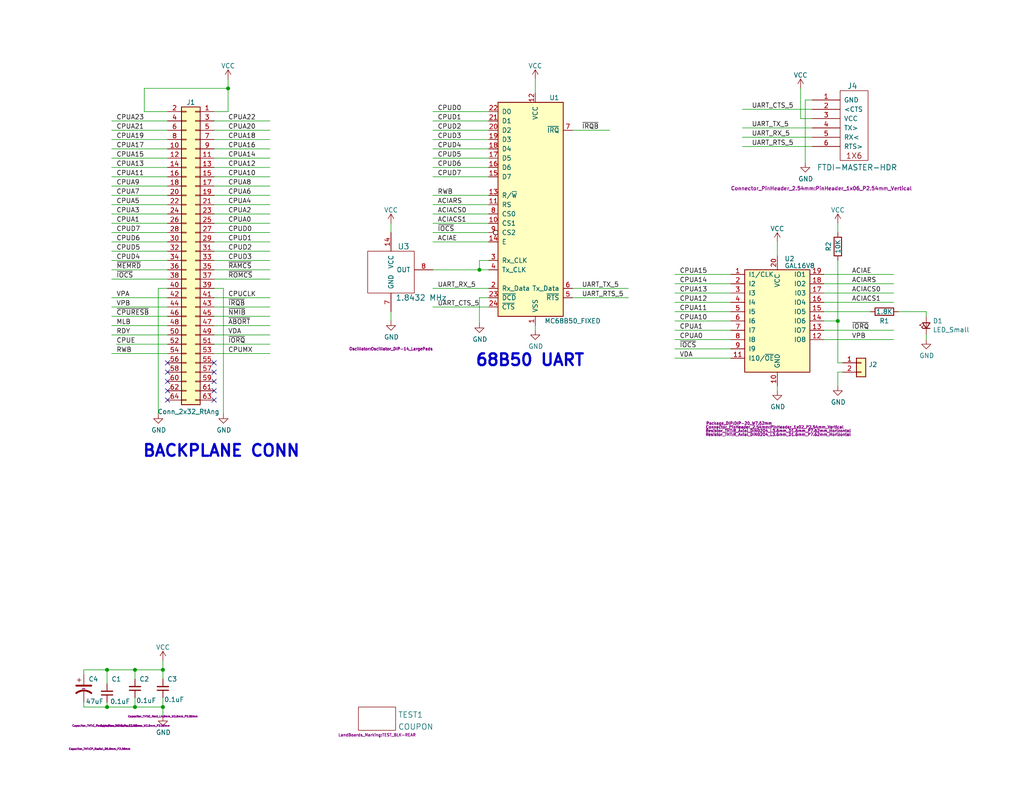
<source format=kicad_sch>
(kicad_sch (version 20231120) (generator "eeschema") (generator_version "8.0")
  (paper "A")
  (title_block (title "LB-68B50-01") (date "2024-08-19") (rev "2") (company "Land Boards LLC"))
  (lib_symbols
    (symbol "Connector_Generic:Conn_01x02" (pin_names (offset 1.016) hide)
      (property "Reference" "J" (at 0 2.54 0))
      (property "Value" "Conn_01x02" (at 0 -5.08 0))
      (symbol "Conn_01x02_1_1"
        (rectangle (start -1.27 -2.413) (end 0 -2.667) (stroke (width 0.1524)))
        (rectangle (start -1.27 0.127) (end 0 -0.127) (stroke (width 0.1524)))
        (rectangle (start -1.27 1.27) (end 1.27 -3.81) (stroke (width 0.254)) (fill (type background)))
        (pin passive line (at -5.08 0 0) (length 3.81) (name "Pin_1") (number "1"))
        (pin passive line (at -5.08 -2.54 0) (length 3.81) (name "Pin_2") (number "2"))
      )
    )
    (symbol "Connector_Generic:Conn_02x32_Odd_Even" (pin_names (offset 1.016) hide)
      (property "Reference" "J" (at 1.27 40.64 0))
      (property "Value" "Conn_02x32_Odd_Even" (at 1.27 -43.18 0))
      (symbol "Conn_02x32_Odd_Even_1_1"
        (rectangle (start -1.27 -40.513) (end 0 -40.767) (stroke (width 0.1524)))
        (rectangle (start -1.27 -37.973) (end 0 -38.227) (stroke (width 0.1524)))
        (rectangle (start -1.27 -35.433) (end 0 -35.687) (stroke (width 0.1524)))
        (rectangle (start -1.27 -32.893) (end 0 -33.147) (stroke (width 0.1524)))
        (rectangle (start -1.27 -30.353) (end 0 -30.607) (stroke (width 0.1524)))
        (rectangle (start -1.27 -27.813) (end 0 -28.067) (stroke (width 0.1524)))
        (rectangle (start -1.27 -25.273) (end 0 -25.527) (stroke (width 0.1524)))
        (rectangle (start -1.27 -22.733) (end 0 -22.987) (stroke (width 0.1524)))
        (rectangle (start -1.27 -20.193) (end 0 -20.447) (stroke (width 0.1524)))
        (rectangle (start -1.27 -17.653) (end 0 -17.907) (stroke (width 0.1524)))
        (rectangle (start -1.27 -15.113) (end 0 -15.367) (stroke (width 0.1524)))
        (rectangle (start -1.27 -12.573) (end 0 -12.827) (stroke (width 0.1524)))
        (rectangle (start -1.27 -10.033) (end 0 -10.287) (stroke (width 0.1524)))
        (rectangle (start -1.27 -7.493) (end 0 -7.747) (stroke (width 0.1524)))
        (rectangle (start -1.27 -4.953) (end 0 -5.207) (stroke (width 0.1524)))
        (rectangle (start -1.27 -2.413) (end 0 -2.667) (stroke (width 0.1524)))
        (rectangle (start -1.27 0.127) (end 0 -0.127) (stroke (width 0.1524)))
        (rectangle (start -1.27 2.667) (end 0 2.413) (stroke (width 0.1524)))
        (rectangle (start -1.27 5.207) (end 0 4.953) (stroke (width 0.1524)))
        (rectangle (start -1.27 7.747) (end 0 7.493) (stroke (width 0.1524)))
        (rectangle (start -1.27 10.287) (end 0 10.033) (stroke (width 0.1524)))
        (rectangle (start -1.27 12.827) (end 0 12.573) (stroke (width 0.1524)))
        (rectangle (start -1.27 15.367) (end 0 15.113) (stroke (width 0.1524)))
        (rectangle (start -1.27 17.907) (end 0 17.653) (stroke (width 0.1524)))
        (rectangle (start -1.27 20.447) (end 0 20.193) (stroke (width 0.1524)))
        (rectangle (start -1.27 22.987) (end 0 22.733) (stroke (width 0.1524)))
        (rectangle (start -1.27 25.527) (end 0 25.273) (stroke (width 0.1524)))
        (rectangle (start -1.27 28.067) (end 0 27.813) (stroke (width 0.1524)))
        (rectangle (start -1.27 30.607) (end 0 30.353) (stroke (width 0.1524)))
        (rectangle (start -1.27 33.147) (end 0 32.893) (stroke (width 0.1524)))
        (rectangle (start -1.27 35.687) (end 0 35.433) (stroke (width 0.1524)))
        (rectangle (start -1.27 38.227) (end 0 37.973) (stroke (width 0.1524)))
        (rectangle (start -1.27 39.37) (end 3.81 -41.91) (stroke (width 0.254)) (fill (type background)))
        (rectangle (start 3.81 -40.513) (end 2.54 -40.767) (stroke (width 0.1524)))
        (rectangle (start 3.81 -37.973) (end 2.54 -38.227) (stroke (width 0.1524)))
        (rectangle (start 3.81 -35.433) (end 2.54 -35.687) (stroke (width 0.1524)))
        (rectangle (start 3.81 -32.893) (end 2.54 -33.147) (stroke (width 0.1524)))
        (rectangle (start 3.81 -30.353) (end 2.54 -30.607) (stroke (width 0.1524)))
        (rectangle (start 3.81 -27.813) (end 2.54 -28.067) (stroke (width 0.1524)))
        (rectangle (start 3.81 -25.273) (end 2.54 -25.527) (stroke (width 0.1524)))
        (rectangle (start 3.81 -22.733) (end 2.54 -22.987) (stroke (width 0.1524)))
        (rectangle (start 3.81 -20.193) (end 2.54 -20.447) (stroke (width 0.1524)))
        (rectangle (start 3.81 -17.653) (end 2.54 -17.907) (stroke (width 0.1524)))
        (rectangle (start 3.81 -15.113) (end 2.54 -15.367) (stroke (width 0.1524)))
        (rectangle (start 3.81 -12.573) (end 2.54 -12.827) (stroke (width 0.1524)))
        (rectangle (start 3.81 -10.033) (end 2.54 -10.287) (stroke (width 0.1524)))
        (rectangle (start 3.81 -7.493) (end 2.54 -7.747) (stroke (width 0.1524)))
        (rectangle (start 3.81 -4.953) (end 2.54 -5.207) (stroke (width 0.1524)))
        (rectangle (start 3.81 -2.413) (end 2.54 -2.667) (stroke (width 0.1524)))
        (rectangle (start 3.81 0.127) (end 2.54 -0.127) (stroke (width 0.1524)))
        (rectangle (start 3.81 2.667) (end 2.54 2.413) (stroke (width 0.1524)))
        (rectangle (start 3.81 5.207) (end 2.54 4.953) (stroke (width 0.1524)))
        (rectangle (start 3.81 7.747) (end 2.54 7.493) (stroke (width 0.1524)))
        (rectangle (start 3.81 10.287) (end 2.54 10.033) (stroke (width 0.1524)))
        (rectangle (start 3.81 12.827) (end 2.54 12.573) (stroke (width 0.1524)))
        (rectangle (start 3.81 15.367) (end 2.54 15.113) (stroke (width 0.1524)))
        (rectangle (start 3.81 17.907) (end 2.54 17.653) (stroke (width 0.1524)))
        (rectangle (start 3.81 20.447) (end 2.54 20.193) (stroke (width 0.1524)))
        (rectangle (start 3.81 22.987) (end 2.54 22.733) (stroke (width 0.1524)))
        (rectangle (start 3.81 25.527) (end 2.54 25.273) (stroke (width 0.1524)))
        (rectangle (start 3.81 28.067) (end 2.54 27.813) (stroke (width 0.1524)))
        (rectangle (start 3.81 30.607) (end 2.54 30.353) (stroke (width 0.1524)))
        (rectangle (start 3.81 33.147) (end 2.54 32.893) (stroke (width 0.1524)))
        (rectangle (start 3.81 35.687) (end 2.54 35.433) (stroke (width 0.1524)))
        (rectangle (start 3.81 38.227) (end 2.54 37.973) (stroke (width 0.1524)))
        (pin passive line (at -5.08 38.1 0) (length 3.81) (name "Pin_1") (number "1"))
        (pin passive line (at 7.62 27.94 180) (length 3.81) (name "Pin_10") (number "10"))
        (pin passive line (at -5.08 25.4 0) (length 3.81) (name "Pin_11") (number "11"))
        (pin passive line (at 7.62 25.4 180) (length 3.81) (name "Pin_12") (number "12"))
        (pin passive line (at -5.08 22.86 0) (length 3.81) (name "Pin_13") (number "13"))
        (pin passive line (at 7.62 22.86 180) (length 3.81) (name "Pin_14") (number "14"))
        (pin passive line (at -5.08 20.32 0) (length 3.81) (name "Pin_15") (number "15"))
        (pin passive line (at 7.62 20.32 180) (length 3.81) (name "Pin_16") (number "16"))
        (pin passive line (at -5.08 17.78 0) (length 3.81) (name "Pin_17") (number "17"))
        (pin passive line (at 7.62 17.78 180) (length 3.81) (name "Pin_18") (number "18"))
        (pin passive line (at -5.08 15.24 0) (length 3.81) (name "Pin_19") (number "19"))
        (pin passive line (at 7.62 38.1 180) (length 3.81) (name "Pin_2") (number "2"))
        (pin passive line (at 7.62 15.24 180) (length 3.81) (name "Pin_20") (number "20"))
        (pin passive line (at -5.08 12.7 0) (length 3.81) (name "Pin_21") (number "21"))
        (pin passive line (at 7.62 12.7 180) (length 3.81) (name "Pin_22") (number "22"))
        (pin passive line (at -5.08 10.16 0) (length 3.81) (name "Pin_23") (number "23"))
        (pin passive line (at 7.62 10.16 180) (length 3.81) (name "Pin_24") (number "24"))
        (pin passive line (at -5.08 7.62 0) (length 3.81) (name "Pin_25") (number "25"))
        (pin passive line (at 7.62 7.62 180) (length 3.81) (name "Pin_26") (number "26"))
        (pin passive line (at -5.08 5.08 0) (length 3.81) (name "Pin_27") (number "27"))
        (pin passive line (at 7.62 5.08 180) (length 3.81) (name "Pin_28") (number "28"))
        (pin passive line (at -5.08 2.54 0) (length 3.81) (name "Pin_29") (number "29"))
        (pin passive line (at -5.08 35.56 0) (length 3.81) (name "Pin_3") (number "3"))
        (pin passive line (at 7.62 2.54 180) (length 3.81) (name "Pin_30") (number "30"))
        (pin passive line (at -5.08 0 0) (length 3.81) (name "Pin_31") (number "31"))
        (pin passive line (at 7.62 0 180) (length 3.81) (name "Pin_32") (number "32"))
        (pin passive line (at -5.08 -2.54 0) (length 3.81) (name "Pin_33") (number "33"))
        (pin passive line (at 7.62 -2.54 180) (length 3.81) (name "Pin_34") (number "34"))
        (pin passive line (at -5.08 -5.08 0) (length 3.81) (name "Pin_35") (number "35"))
        (pin passive line (at 7.62 -5.08 180) (length 3.81) (name "Pin_36") (number "36"))
        (pin passive line (at -5.08 -7.62 0) (length 3.81) (name "Pin_37") (number "37"))
        (pin passive line (at 7.62 -7.62 180) (length 3.81) (name "Pin_38") (number "38"))
        (pin passive line (at -5.08 -10.16 0) (length 3.81) (name "Pin_39") (number "39"))
        (pin passive line (at 7.62 35.56 180) (length 3.81) (name "Pin_4") (number "4"))
        (pin passive line (at 7.62 -10.16 180) (length 3.81) (name "Pin_40") (number "40"))
        (pin passive line (at -5.08 -12.7 0) (length 3.81) (name "Pin_41") (number "41"))
        (pin passive line (at 7.62 -12.7 180) (length 3.81) (name "Pin_42") (number "42"))
        (pin passive line (at -5.08 -15.24 0) (length 3.81) (name "Pin_43") (number "43"))
        (pin passive line (at 7.62 -15.24 180) (length 3.81) (name "Pin_44") (number "44"))
        (pin passive line (at -5.08 -17.78 0) (length 3.81) (name "Pin_45") (number "45"))
        (pin passive line (at 7.62 -17.78 180) (length 3.81) (name "Pin_46") (number "46"))
        (pin passive line (at -5.08 -20.32 0) (length 3.81) (name "Pin_47") (number "47"))
        (pin passive line (at 7.62 -20.32 180) (length 3.81) (name "Pin_48") (number "48"))
        (pin passive line (at -5.08 -22.86 0) (length 3.81) (name "Pin_49") (number "49"))
        (pin passive line (at -5.08 33.02 0) (length 3.81) (name "Pin_5") (number "5"))
        (pin passive line (at 7.62 -22.86 180) (length 3.81) (name "Pin_50") (number "50"))
        (pin passive line (at -5.08 -25.4 0) (length 3.81) (name "Pin_51") (number "51"))
        (pin passive line (at 7.62 -25.4 180) (length 3.81) (name "Pin_52") (number "52"))
        (pin passive line (at -5.08 -27.94 0) (length 3.81) (name "Pin_53") (number "53"))
        (pin passive line (at 7.62 -27.94 180) (length 3.81) (name "Pin_54") (number "54"))
        (pin passive line (at -5.08 -30.48 0) (length 3.81) (name "Pin_55") (number "55"))
        (pin passive line (at 7.62 -30.48 180) (length 3.81) (name "Pin_56") (number "56"))
        (pin passive line (at -5.08 -33.02 0) (length 3.81) (name "Pin_57") (number "57"))
        (pin passive line (at 7.62 -33.02 180) (length 3.81) (name "Pin_58") (number "58"))
        (pin passive line (at -5.08 -35.56 0) (length 3.81) (name "Pin_59") (number "59"))
        (pin passive line (at 7.62 33.02 180) (length 3.81) (name "Pin_6") (number "6"))
        (pin passive line (at 7.62 -35.56 180) (length 3.81) (name "Pin_60") (number "60"))
        (pin passive line (at -5.08 -38.1 0) (length 3.81) (name "Pin_61") (number "61"))
        (pin passive line (at 7.62 -38.1 180) (length 3.81) (name "Pin_62") (number "62"))
        (pin passive line (at -5.08 -40.64 0) (length 3.81) (name "Pin_63") (number "63"))
        (pin passive line (at 7.62 -40.64 180) (length 3.81) (name "Pin_64") (number "64"))
        (pin passive line (at -5.08 30.48 0) (length 3.81) (name "Pin_7") (number "7"))
        (pin passive line (at 7.62 30.48 180) (length 3.81) (name "Pin_8") (number "8"))
        (pin passive line (at -5.08 27.94 0) (length 3.81) (name "Pin_9") (number "9"))
      )
    )
    (symbol "Device:CP1" (pin_numbers hide) (pin_names (offset 0.254) hide)
      (property "Reference" "C" (at 0.635 2.54 0))
      (property "Value" "Device_CP1" (at 0.635 -2.54 0))
      (symbol "CP1_0_1"
        (polyline (pts (xy -2.032 0.762) (xy 2.032 0.762)) (stroke (width 0.508)))
        (polyline (pts (xy -1.778 2.286) (xy -0.762 2.286)))
        (polyline (pts (xy -1.27 1.778) (xy -1.27 2.794)))
        (arc (start 2.032 -1.27) (mid 0 -0.5572) (end -2.032 -1.27) (stroke (width 0.508)))
      )
      (symbol "CP1_1_1"
        (pin passive line (at 0 3.81 270) (length 2.794) (name "~") (number "1"))
        (pin passive line (at 0 -3.81 90) (length 3.302) (name "~") (number "2"))
      )
    )
    (symbol "Device:C_Small" (pin_numbers hide) (pin_names (offset 0.254) hide)
      (property "Reference" "C" (at 0.254 1.778 0))
      (property "Value" "C_Small" (at 0.254 -2.032 0))
      (symbol "C_Small_0_1"
        (polyline (pts (xy -1.524 -0.508) (xy 1.524 -0.508)) (stroke (width 0.3302)))
        (polyline (pts (xy -1.524 0.508) (xy 1.524 0.508)) (stroke (width 0.3048)))
      )
      (symbol "C_Small_1_1"
        (pin passive line (at 0 2.54 270) (length 2.032) (name "~") (number "1"))
        (pin passive line (at 0 -2.54 90) (length 2.032) (name "~") (number "2"))
      )
    )
    (symbol "Device:LED_Small" (pin_numbers hide) (pin_names (offset 0.254) hide)
      (property "Reference" "D" (at -1.27 3.175 0))
      (property "Value" "LED_Small" (at -4.445 -2.54 0))
      (symbol "LED_Small_0_1"
        (polyline (pts (xy -0.762 -1.016) (xy -0.762 1.016)) (stroke (width 0.254)))
        (polyline (pts (xy 1.016 0) (xy -0.762 0)))
        (polyline (pts (xy 0.762 -1.016) (xy -0.762 0) (xy 0.762 1.016) (xy 0.762 -1.016)) (stroke (width 0.254)))
        (polyline (pts (xy 0 0.762) (xy -0.508 1.27) (xy -0.254 1.27) (xy -0.508 1.27) (xy -0.508 1.016)))
        (polyline (pts (xy 0.508 1.27) (xy 0 1.778) (xy 0.254 1.778) (xy 0 1.778) (xy 0 1.524)))
      )
      (symbol "LED_Small_1_1"
        (pin passive line (at -2.54 0 0) (length 1.778) (name "K") (number "1"))
        (pin passive line (at 2.54 0 180) (length 1.778) (name "A") (number "2"))
      )
    )
    (symbol "Device:R" (pin_numbers hide) (pin_names (offset 0))
      (property "Reference" "R" (at 2.032 0 90))
      (property "Value" "R" (at 0 0 90))
      (symbol "R_0_1"
        (rectangle (start -1.016 -2.54) (end 1.016 2.54) (stroke (width 0.254)))
      )
      (symbol "R_1_1"
        (pin passive line (at 0 3.81 270) (length 1.27) (name "~") (number "1"))
        (pin passive line (at 0 -3.81 90) (length 1.27) (name "~") (number "2"))
      )
    )
    (symbol "LandBoards:COUPON" (pin_names (offset 1.016))
      (property "Reference" "COUP?" (at 0 0 0))
      (property "Value" "COUPON" (at 0 0 0))
      (symbol "COUPON_0_1"
        (rectangle (start -5.08 0) (end 5.08 6.35))
      )
    )
    (symbol "LandBoards_Cards:FTDI-MASTER-HDR" (pin_names (offset 1.016))
      (property "Reference" "BRD" (at 0 10.16 0))
      (property "Value" "FTDI-MASTER-HDR" (at 0 -11.43 0))
      (property "Footprint" "Connector_PinHeader_2.54mm:PinHeader_1x06_P2.54mm_Vertical" (at 0 -13.97 0))
      (symbol "FTDI-MASTER-HDR_0_0"
        (rectangle (start 3.81 -10.16) (end -3.81 8.89))
        (text "1X6" (at 0 -8.89 0) (effects (font (size 1.524 1.524))))
      )
      (symbol "FTDI-MASTER-HDR_1_1"
        (pin power_out line (at -11.43 6.35 0) (length 7.62) (name "GND") (number "1"))
        (pin input line (at -11.43 3.81 0) (length 7.62) (name "<CTS") (number "2"))
        (pin power_out line (at -11.43 1.27 0) (length 7.62) (name "VCC") (number "3"))
        (pin output line (at -11.43 -1.27 0) (length 7.62) (name "TX>") (number "4"))
        (pin input line (at -11.43 -3.81 0) (length 7.62) (name "RX<") (number "5"))
        (pin output line (at -11.43 -6.35 0) (length 7.62) (name "RTS>") (number "6"))
      )
    )
    (symbol "LandBoards_Semis:MC68B50_FIXED" (pin_names (offset 1.016))
      (property "Reference" "U" (at 5.08 31.75 0))
      (property "Value" "MC68B50_FIXED" (at 16.51 -30.48 0))
      (symbol "MC68B50_FIXED_1_1"
        (rectangle (start -10.16 -27.94) (end 7.62 30.48) (stroke (width 0.254)) (fill (type background)))
        (pin power_in line (at 0 -30.48 90) (length 2.54) (name "VSS") (number "1"))
        (pin input line (at -12.7 -2.54 0) (length 2.54) (name "CS1") (number "10"))
        (pin input line (at -12.7 2.54 0) (length 2.54) (name "RS") (number "11"))
        (pin power_in line (at 0 33.02 270) (length 2.54) (name "VCC") (number "12"))
        (pin input line (at -12.7 5.08 0) (length 2.54) (name "R/~{W}") (number "13"))
        (pin input line (at -12.7 -7.62 0) (length 2.54) (name "E") (number "14"))
        (pin bidirectional line (at -12.7 10.16 0) (length 2.54) (name "D7") (number "15"))
        (pin bidirectional line (at -12.7 12.7 0) (length 2.54) (name "D6") (number "16"))
        (pin bidirectional line (at -12.7 15.24 0) (length 2.54) (name "D5") (number "17"))
        (pin bidirectional line (at -12.7 17.78 0) (length 2.54) (name "D4") (number "18"))
        (pin bidirectional line (at -12.7 20.32 0) (length 2.54) (name "D3") (number "19"))
        (pin input line (at -12.7 -20.32 0) (length 2.54) (name "Rx_Data") (number "2"))
        (pin bidirectional line (at -12.7 22.86 0) (length 2.54) (name "D2") (number "20"))
        (pin bidirectional line (at -12.7 25.4 0) (length 2.54) (name "D1") (number "21"))
        (pin bidirectional line (at -12.7 27.94 0) (length 2.54) (name "D0") (number "22"))
        (pin input line (at -12.7 -22.86 0) (length 2.54) (name "~{DCD}") (number "23"))
        (pin input line (at -12.7 -25.4 0) (length 2.54) (name "~{CTS}") (number "24"))
        (pin input line (at -12.7 -12.7 0) (length 2.54) (name "Rx_CLK") (number "3"))
        (pin input line (at -12.7 -15.24 0) (length 2.54) (name "Tx_CLK") (number "4"))
        (pin output line (at 10.16 -22.86 180) (length 2.54) (name "~{RTS}") (number "5"))
        (pin output line (at 10.16 -20.32 180) (length 2.54) (name "Tx_Data") (number "6"))
        (pin output line (at 10.16 22.86 180) (length 2.54) (name "~{IRQ}") (number "7"))
        (pin input line (at -12.7 0 0) (length 2.54) (name "CS0") (number "8"))
        (pin input inverted (at -12.7 -5.08 0) (length 2.54) (name "CS2") (number "9"))
      )
    )
    (symbol "LandBoards_Semis:OSC" (pin_names (offset 1.016))
      (property "Reference" "U" (at 3.81 6.35 0))
      (property "Value" "OSC" (at 5.08 -7.62 0))
      (symbol "OSC_0_1"
        (rectangle (start 6.35 -6.35) (end -6.35 5.08))
      )
      (symbol "OSC_1_1"
        (pin power_in line (at 0 10.16 270) (length 5.08) (name "VCC") (number "14"))
        (pin power_in line (at 0 -11.43 90) (length 5.08) (name "GND") (number "7"))
        (pin output line (at 11.43 0 180) (length 5.08) (name "OUT") (number "8"))
      )
    )
    (symbol "Logic_Programmable:GAL16V8" (pin_names (offset 1.016))
      (property "Reference" "U" (at -8.89 16.51 0))
      (property "Value" "GAL16V8" (at 1.27 16.51 0))
      (symbol "GAL16V8_0_0"
        (pin power_in line (at 0 -17.78 90) (length 3.81) (name "GND") (number "10"))
        (pin power_in line (at 0 17.78 270) (length 3.81) (name "VCC") (number "20"))
      )
      (symbol "GAL16V8_0_1"
        (rectangle (start -8.89 13.97) (end 8.89 -13.97) (stroke (width 0.254)) (fill (type background)))
      )
      (symbol "GAL16V8_1_1"
        (pin input line (at -12.7 12.7 0) (length 3.81) (name "I1/CLK") (number "1"))
        (pin input line (at -12.7 -10.16 0) (length 3.81) (name "I10/~{OE}") (number "11"))
        (pin tri_state line (at 12.7 -5.08 180) (length 3.81) (name "IO8") (number "12"))
        (pin tri_state line (at 12.7 -2.54 180) (length 3.81) (name "IO7") (number "13"))
        (pin tri_state line (at 12.7 0 180) (length 3.81) (name "IO6") (number "14"))
        (pin tri_state line (at 12.7 2.54 180) (length 3.81) (name "IO5") (number "15"))
        (pin tri_state line (at 12.7 5.08 180) (length 3.81) (name "IO4") (number "16"))
        (pin tri_state line (at 12.7 7.62 180) (length 3.81) (name "I03") (number "17"))
        (pin tri_state line (at 12.7 10.16 180) (length 3.81) (name "IO2") (number "18"))
        (pin tri_state line (at 12.7 12.7 180) (length 3.81) (name "IO1") (number "19"))
        (pin input line (at -12.7 10.16 0) (length 3.81) (name "I2") (number "2"))
        (pin input line (at -12.7 7.62 0) (length 3.81) (name "I3") (number "3"))
        (pin input line (at -12.7 5.08 0) (length 3.81) (name "I4") (number "4"))
        (pin input line (at -12.7 2.54 0) (length 3.81) (name "I5") (number "5"))
        (pin input line (at -12.7 0 0) (length 3.81) (name "I6") (number "6"))
        (pin input line (at -12.7 -2.54 0) (length 3.81) (name "I7") (number "7"))
        (pin input line (at -12.7 -5.08 0) (length 3.81) (name "I8") (number "8"))
        (pin input line (at -12.7 -7.62 0) (length 3.81) (name "I9") (number "9"))
      )
    )
    (symbol "power:GND" (power) (pin_names (offset 0))
      (property "Value" "GND" (at 0 -3.81 0))
      (symbol "GND_0_1"
        (polyline (pts (xy 0 0) (xy 0 -1.27) (xy 1.27 -1.27) (xy 0 -2.54) (xy -1.27 -1.27) (xy 0 -1.27)))
      )
      (symbol "GND_1_1"
        (pin power_in line (at 0 0 270) (length 0) hide (name "GND") (number "1"))
      )
    )
    (symbol "power:VCC" (power) (pin_names (offset 0))
      (property "Value" "VCC" (at 0 3.81 0))
      (symbol "VCC_0_1"
        (polyline (pts (xy -0.762 1.27) (xy 0 2.54)))
        (polyline (pts (xy 0 0) (xy 0 2.54)))
        (polyline (pts (xy 0 2.54) (xy 0.762 1.27)))
      )
      (symbol "VCC_1_1"
        (pin power_in line (at 0 0 90) (length 0) hide (name "VCC") (number "1"))
      )
    )
  )
  (junction (at 44.45 193.04))
  (junction (at 29.21 193.04))
  (junction (at 44.45 182.88))
  (junction (at 29.21 182.88))
  (junction (at 36.83 182.88))
  (junction (at 130.81 73.66))
  (junction (at 36.83 193.04))
  (junction (at 62.23 24.13))
  (junction (at 228.6 87.63))
  (no_connect (at 58.42 99.06))
  (no_connect (at 45.72 99.06))
  (no_connect (at 58.42 104.14))
  (no_connect (at 58.42 101.6))
  (no_connect (at 45.72 109.22))
  (no_connect (at 58.42 109.22))
  (no_connect (at 45.72 101.6))
  (no_connect (at 45.72 104.14))
  (no_connect (at 45.72 106.68))
  (no_connect (at 58.42 106.68))
  (wire (pts (xy 43.18 78.74) (xy 43.18 113.03)))
  (wire (pts (xy 224.79 92.71) (xy 243.84 92.71)))
  (wire (pts (xy 36.83 190.5) (xy 36.83 193.04)))
  (wire (pts (xy 30.48 86.36) (xy 45.72 86.36)))
  (wire (pts (xy 58.42 38.1) (xy 73.66 38.1)))
  (wire (pts (xy 30.48 63.5) (xy 45.72 63.5)))
  (wire (pts (xy 224.79 82.55) (xy 243.84 82.55)))
  (wire (pts (xy 44.45 185.42) (xy 44.45 182.88)))
  (wire (pts (xy 58.42 40.64) (xy 73.66 40.64)))
  (wire (pts (xy 118.11 45.72) (xy 133.35 45.72)))
  (wire (pts (xy 130.81 71.12) (xy 133.35 71.12)))
  (wire (pts (xy 62.23 30.48) (xy 62.23 24.13)))
  (wire (pts (xy 58.42 55.88) (xy 73.66 55.88)))
  (wire (pts (xy 224.79 77.47) (xy 243.84 77.47)))
  (wire (pts (xy 219.71 27.305) (xy 219.71 44.45)))
  (wire (pts (xy 62.23 24.13) (xy 39.37 24.13)))
  (wire (pts (xy 156.21 81.28) (xy 171.45 81.28)))
  (wire (pts (xy 44.45 190.5) (xy 44.45 193.04)))
  (wire (pts (xy 184.15 77.47) (xy 199.39 77.47)))
  (wire (pts (xy 228.6 87.63) (xy 228.6 99.06)))
  (wire (pts (xy 118.11 60.96) (xy 133.35 60.96)))
  (wire (pts (xy 58.42 60.96) (xy 73.66 60.96)))
  (wire (pts (xy 58.42 43.18) (xy 73.66 43.18)))
  (wire (pts (xy 43.18 78.74) (xy 45.72 78.74)))
  (wire (pts (xy 30.48 50.8) (xy 45.72 50.8)))
  (wire (pts (xy 58.42 30.48) (xy 62.23 30.48)))
  (wire (pts (xy 184.15 92.71) (xy 199.39 92.71)))
  (wire (pts (xy 130.81 73.66) (xy 130.81 71.12)))
  (wire (pts (xy 118.11 63.5) (xy 133.35 63.5)))
  (wire (pts (xy 30.48 66.04) (xy 45.72 66.04)))
  (wire (pts (xy 30.48 48.26) (xy 45.72 48.26)))
  (wire (pts (xy 184.15 90.17) (xy 199.39 90.17)))
  (wire (pts (xy 58.42 88.9) (xy 73.66 88.9)))
  (wire (pts (xy 30.48 60.96) (xy 45.72 60.96)))
  (wire (pts (xy 146.05 21.59) (xy 146.05 25.4)))
  (wire (pts (xy 30.48 40.64) (xy 45.72 40.64)))
  (wire (pts (xy 212.09 66.04) (xy 212.09 69.85)))
  (wire (pts (xy 245.11 85.09) (xy 252.73 85.09)))
  (wire (pts (xy 118.11 58.42) (xy 133.35 58.42)))
  (wire (pts (xy 58.42 91.44) (xy 73.66 91.44)))
  (wire (pts (xy 58.42 48.26) (xy 73.66 48.26)))
  (wire (pts (xy 62.23 24.13) (xy 62.23 21.59)))
  (wire (pts (xy 228.6 101.6) (xy 229.87 101.6)))
  (wire (pts (xy 39.37 30.48) (xy 45.72 30.48)))
  (wire (pts (xy 58.42 66.04) (xy 73.66 66.04)))
  (wire (pts (xy 221.615 27.305) (xy 219.71 27.305)))
  (wire (pts (xy 184.15 97.79) (xy 199.39 97.79)))
  (wire (pts (xy 58.42 63.5) (xy 73.66 63.5)))
  (wire (pts (xy 118.11 66.04) (xy 133.35 66.04)))
  (wire (pts (xy 30.48 53.34) (xy 45.72 53.34)))
  (wire (pts (xy 106.68 60.96) (xy 106.68 63.5)))
  (wire (pts (xy 218.44 24.13) (xy 218.44 32.385)))
  (wire (pts (xy 224.79 90.17) (xy 243.84 90.17)))
  (wire (pts (xy 29.21 182.88) (xy 29.21 186.69)))
  (wire (pts (xy 29.21 182.88) (xy 36.83 182.88)))
  (wire (pts (xy 202.565 29.845) (xy 221.615 29.845)))
  (wire (pts (xy 184.15 80.01) (xy 199.39 80.01)))
  (wire (pts (xy 58.42 73.66) (xy 73.66 73.66)))
  (wire (pts (xy 202.565 34.925) (xy 221.615 34.925)))
  (wire (pts (xy 184.15 82.55) (xy 199.39 82.55)))
  (wire (pts (xy 252.73 85.09) (xy 252.73 86.36)))
  (wire (pts (xy 58.42 33.02) (xy 73.66 33.02)))
  (wire (pts (xy 58.42 53.34) (xy 73.66 53.34)))
  (wire (pts (xy 60.96 78.74) (xy 60.96 113.03)))
  (wire (pts (xy 224.79 87.63) (xy 228.6 87.63)))
  (wire (pts (xy 156.21 35.56) (xy 166.37 35.56)))
  (wire (pts (xy 30.48 35.56) (xy 45.72 35.56)))
  (wire (pts (xy 228.6 71.12) (xy 228.6 87.63)))
  (wire (pts (xy 30.48 58.42) (xy 45.72 58.42)))
  (wire (pts (xy 118.11 43.18) (xy 133.35 43.18)))
  (wire (pts (xy 221.615 32.385) (xy 218.44 32.385)))
  (wire (pts (xy 118.11 35.56) (xy 133.35 35.56)))
  (wire (pts (xy 30.48 68.58) (xy 45.72 68.58)))
  (wire (pts (xy 118.11 33.02) (xy 133.35 33.02)))
  (wire (pts (xy 58.42 78.74) (xy 60.96 78.74)))
  (wire (pts (xy 130.81 73.66) (xy 133.35 73.66)))
  (wire (pts (xy 118.11 55.88) (xy 133.35 55.88)))
  (wire (pts (xy 146.05 88.9) (xy 146.05 90.17)))
  (wire (pts (xy 31.75 93.98) (xy 45.72 93.98)))
  (wire (pts (xy 29.21 193.04) (xy 22.86 193.04)))
  (wire (pts (xy 30.48 71.12) (xy 45.72 71.12)))
  (wire (pts (xy 118.11 53.34) (xy 133.35 53.34)))
  (wire (pts (xy 22.86 182.88) (xy 29.21 182.88)))
  (wire (pts (xy 58.42 45.72) (xy 73.66 45.72)))
  (wire (pts (xy 237.49 85.09) (xy 224.79 85.09)))
  (wire (pts (xy 224.79 74.93) (xy 243.84 74.93)))
  (wire (pts (xy 44.45 193.04) (xy 44.45 195.58)))
  (wire (pts (xy 184.15 95.25) (xy 199.39 95.25)))
  (wire (pts (xy 30.48 83.82) (xy 45.72 83.82)))
  (wire (pts (xy 58.42 50.8) (xy 73.66 50.8)))
  (wire (pts (xy 228.6 99.06) (xy 229.87 99.06)))
  (wire (pts (xy 36.83 185.42) (xy 36.83 182.88)))
  (wire (pts (xy 30.48 33.02) (xy 45.72 33.02)))
  (wire (pts (xy 30.48 81.28) (xy 45.72 81.28)))
  (wire (pts (xy 30.48 38.1) (xy 45.72 38.1)))
  (wire (pts (xy 39.37 24.13) (xy 39.37 30.48)))
  (wire (pts (xy 202.565 40.005) (xy 221.615 40.005)))
  (wire (pts (xy 58.42 86.36) (xy 73.66 86.36)))
  (wire (pts (xy 58.42 68.58) (xy 73.66 68.58)))
  (wire (pts (xy 212.09 105.41) (xy 212.09 106.68)))
  (wire (pts (xy 36.83 182.88) (xy 44.45 182.88)))
  (wire (pts (xy 118.11 40.64) (xy 133.35 40.64)))
  (wire (pts (xy 156.21 78.74) (xy 171.45 78.74)))
  (wire (pts (xy 224.79 80.01) (xy 243.84 80.01)))
  (wire (pts (xy 22.86 191.77) (xy 22.86 193.04)))
  (wire (pts (xy 36.83 193.04) (xy 29.21 193.04)))
  (wire (pts (xy 118.11 73.66) (xy 130.81 73.66)))
  (wire (pts (xy 228.6 60.96) (xy 228.6 63.5)))
  (wire (pts (xy 58.42 96.52) (xy 73.66 96.52)))
  (wire (pts (xy 58.42 83.82) (xy 73.66 83.82)))
  (wire (pts (xy 58.42 93.98) (xy 73.66 93.98)))
  (wire (pts (xy 30.48 91.44) (xy 45.72 91.44)))
  (wire (pts (xy 106.68 87.63) (xy 106.68 85.09)))
  (wire (pts (xy 58.42 81.28) (xy 73.66 81.28)))
  (wire (pts (xy 118.11 78.74) (xy 133.35 78.74)))
  (wire (pts (xy 44.45 180.34) (xy 44.45 182.88)))
  (wire (pts (xy 30.48 45.72) (xy 45.72 45.72)))
  (wire (pts (xy 58.42 76.2) (xy 73.66 76.2)))
  (wire (pts (xy 130.81 81.28) (xy 130.81 88.265)))
  (wire (pts (xy 202.565 37.465) (xy 221.615 37.465)))
  (wire (pts (xy 58.42 58.42) (xy 73.66 58.42)))
  (wire (pts (xy 184.15 87.63) (xy 199.39 87.63)))
  (wire (pts (xy 118.11 83.82) (xy 133.35 83.82)))
  (wire (pts (xy 118.11 48.26) (xy 133.35 48.26)))
  (wire (pts (xy 30.48 76.2) (xy 45.72 76.2)))
  (wire (pts (xy 30.48 96.52) (xy 45.72 96.52)))
  (wire (pts (xy 58.42 35.56) (xy 73.66 35.56)))
  (wire (pts (xy 184.15 85.09) (xy 199.39 85.09)))
  (wire (pts (xy 44.45 193.04) (xy 36.83 193.04)))
  (wire (pts (xy 30.48 88.9) (xy 45.72 88.9)))
  (wire (pts (xy 30.48 55.88) (xy 45.72 55.88)))
  (wire (pts (xy 30.48 73.66) (xy 45.72 73.66)))
  (wire (pts (xy 228.6 101.6) (xy 228.6 105.41)))
  (wire (pts (xy 29.21 193.04) (xy 29.21 191.77)))
  (wire (pts (xy 133.35 81.28) (xy 130.81 81.28)))
  (wire (pts (xy 30.48 43.18) (xy 45.72 43.18)))
  (wire (pts (xy 118.11 38.1) (xy 133.35 38.1)))
  (wire (pts (xy 184.15 74.93) (xy 199.39 74.93)))
  (wire (pts (xy 58.42 71.12) (xy 73.66 71.12)))
  (wire (pts (xy 252.73 91.44) (xy 252.73 92.71)))
  (wire (pts (xy 22.86 182.88) (xy 22.86 184.15)))
  (wire (pts (xy 118.11 30.48) (xy 133.35 30.48)))
  (text "68B50 UART" (at 129.54 100.33 0) (effects (font (size 3.175 3.175) (thickness 0.635) (bold yes)) (justify left bottom)))
  (text "BACKPLANE CONN" (at 38.735 125.095 0) (effects (font (size 3.175 3.175) (thickness 0.635) (bold yes)) (justify left bottom)))
  (label "~{MEMRD}" (at 31.75 73.66 0))
  (label "CPUD6" (at 119.38 45.72 0))
  (label "CPUD3" (at 62.23 71.12 0))
  (label "CPUA22" (at 62.23 33.02 0))
  (label "ACIACS0" (at 119.38 58.42 0))
  (label "CPUD0" (at 62.23 63.5 0))
  (label "UART_TX_5" (at 158.75 78.74 0))
  (label "MLB" (at 31.75 88.9 0))
  (label "UART_TX_5" (at 205.105 34.925 0))
  (label "~{NMIB}" (at 62.23 86.36 0))
  (label "~{ABORT}" (at 62.23 88.9 0))
  (label "~{IOCS}" (at 185.42 95.25 0))
  (label "~{IORQ}" (at 62.23 93.98 0))
  (label "CPUA21" (at 31.75 35.56 0))
  (label "CPUA18" (at 62.23 38.1 0))
  (label "CPUA15" (at 185.42 74.93 0))
  (label "UART_RX_5" (at 119.38 78.74 0))
  (label "~{ROMCS}" (at 62.23 76.2 0))
  (label "CPUA0" (at 62.23 60.96 0))
  (label "~{CPURESB}" (at 31.75 86.36 0))
  (label "CPUA1" (at 31.75 60.96 0))
  (label "CPUA5" (at 31.75 55.88 0))
  (label "CPUD7" (at 119.38 48.26 0))
  (label "CPUD3" (at 119.38 38.1 0))
  (label "VPB" (at 232.41 92.71 0))
  (label "CPUD4" (at 119.38 40.64 0))
  (label "CPUD7" (at 31.75 63.5 0))
  (label "CPUA4" (at 62.23 55.88 0))
  (label "CPUA0" (at 185.42 92.71 0))
  (label "CPUA10" (at 62.23 48.26 0))
  (label "CPUA6" (at 62.23 53.34 0))
  (label "CPUA11" (at 31.75 48.26 0))
  (label "ACIAE" (at 119.38 66.04 0))
  (label "~{IORQ}" (at 232.41 90.17 0))
  (label "~{RAMCS}" (at 62.23 73.66 0))
  (label "CPUA12" (at 62.23 45.72 0))
  (label "ACIACS1" (at 119.38 60.96 0))
  (label "CPUD1" (at 62.23 66.04 0))
  (label "VDA" (at 62.23 91.44 0))
  (label "CPUE" (at 31.75 93.98 0))
  (label "CPUA9" (at 31.75 50.8 0))
  (label "ACIAE" (at 232.41 74.93 0))
  (label "CPUD5" (at 31.75 68.58 0))
  (label "CPUD6" (at 31.75 66.04 0))
  (label "CPUA13" (at 185.42 80.01 0))
  (label "RWB" (at 119.38 53.34 0))
  (label "UART_RX_5" (at 205.105 37.465 0))
  (label "CPUA7" (at 31.75 53.34 0))
  (label "CPUA19" (at 31.75 38.1 0))
  (label "VPB" (at 31.75 83.82 0))
  (label "CPUA11" (at 185.42 85.09 0))
  (label "CPUMX" (at 62.23 96.52 0))
  (label "UART_CTS_5" (at 119.38 83.82 0))
  (label "ACIARS" (at 232.41 77.47 0))
  (label "CPUA10" (at 185.42 87.63 0))
  (label "VPA" (at 31.75 81.28 0))
  (label "ACIACS0" (at 232.41 80.01 0))
  (label "CPUD4" (at 31.75 71.12 0))
  (label "CPUA17" (at 31.75 40.64 0))
  (label "CPUA13" (at 31.75 45.72 0))
  (label "CPUD2" (at 119.38 35.56 0))
  (label "UART_RTS_5" (at 158.75 81.28 0))
  (label "CPUCLK" (at 62.23 81.28 0))
  (label "UART_RTS_5" (at 205.105 40.005 0))
  (label "CPUA20" (at 62.23 35.56 0))
  (label "CPUA14" (at 185.42 77.47 0))
  (label "CPUA2" (at 62.23 58.42 0))
  (label "~{IRQB}" (at 158.75 35.56 0))
  (label "RDY" (at 31.75 91.44 0))
  (label "RWB" (at 31.75 96.52 0))
  (label "~{IOCS}" (at 31.75 76.2 0))
  (label "CPUD2" (at 62.23 68.58 0))
  (label "CPUA23" (at 31.75 33.02 0))
  (label "CPUA1" (at 185.42 90.17 0))
  (label "CPUD0" (at 119.38 30.48 0))
  (label "CPUD1" (at 119.38 33.02 0))
  (label "CPUD5" (at 119.38 43.18 0))
  (label "CPUA14" (at 62.23 43.18 0))
  (label "VDA" (at 185.42 97.79 0))
  (label "CPUA8" (at 62.23 50.8 0))
  (label "CPUA12" (at 185.42 82.55 0))
  (label "~{IRQB}" (at 62.23 83.82 0))
  (label "CPUA16" (at 62.23 40.64 0))
  (label "CPUA3" (at 31.75 58.42 0))
  (label "UART_CTS_5" (at 205.105 29.845 0))
  (label "ACIARS" (at 119.38 55.88 0))
  (label "CPUA15" (at 31.75 43.18 0))
  (label "~{IOCS}" (at 119.38 63.5 0))
  (label "ACIACS1" (at 232.41 82.55 0))
  (symbol (lib_id "power:GND") (at 146.05 90.17 0) (unit 1)
    (property "Reference" "#PWR0101" (effects (hide yes)))
    (property "Value" "GND" (at 146.177 94.5642 0))
  )
  (symbol (lib_id "Device:C_Small") (at 36.83 187.96 180) (unit 1)
    (property "Reference" "C2" (at 39.37 185.42 0))
    (property "Value" "0.1uF" (at 39.878 191.262 0))
    (property "Footprint" "Capacitor_THT:C_Rect_L4.0mm_W2.5mm_P2.50mm" (at 36.83 198.12 0) (effects (font (size 0.508 0.508))))
  )
  (symbol (lib_id "power:GND") (at 44.45 195.58 0) (unit 1)
    (property "Reference" "#PWR0106" (effects (hide yes)))
    (property "Value" "GND" (at 44.577 199.9742 0))
  )
  (symbol (lib_id "power:GND") (at 212.09 106.68 0) (unit 1)
    (property "Reference" "#PWR01" (effects (hide yes)))
    (property "Value" "GND" (at 212.217 111.0742 0))
  )
  (symbol (lib_id "power:GND") (at 228.6 105.41 0) (unit 1)
    (property "Reference" "#PWR07" (effects (hide yes)))
    (property "Value" "GND" (at 228.727 109.8042 0))
  )
  (symbol (lib_id "Connector_Generic:Conn_01x02") (at 234.95 99.06 0) (unit 1)
    (property "Reference" "J2" (at 236.982 99.5264 0) (effects (justify left)))
    (property "Value" "Conn_01x02" (effects (hide yes)))
    (property "Footprint" "Connector_PinHeader_2.54mm:PinHeader_1x02_P2.54mm_Vertical" (at 192.532 116.586 0) (effects (font (size 0.762 0.762)) (justify left)))
    (property "Description" "Generic connector, single row, 01x02, script generated (kicad-library-utils/schlib/autogen/connector/)" (effects (hide yes)))
  )
  (symbol (lib_id "power:GND") (at 60.96 113.03 0) (unit 1)
    (property "Reference" "#PWR0102" (effects (hide yes)))
    (property "Value" "GND" (at 61.087 117.4242 0))
  )
  (symbol (lib_id "power:VCC") (at 212.09 66.04 0) (unit 1)
    (property "Reference" "#PWR02" (effects (hide yes)))
    (property "Value" "VCC" (at 212.09 62.4355 0))
  )
  (symbol (lib_id "power:VCC") (at 146.05 21.59 0) (unit 1)
    (property "Reference" "#PWR0103" (effects (hide yes)))
    (property "Value" "VCC" (at 146.05 17.9855 0))
  )
  (symbol (lib_id "power:GND") (at 130.81 88.265 0) (unit 1)
    (property "Reference" "#PWR0108" (effects (hide yes)))
    (property "Value" "GND" (at 130.937 92.6592 0))
  )
  (symbol (lib_id "LandBoards_Cards:FTDI-MASTER-HDR") (at 233.045 33.655 0) (unit 1)
    (property "Reference" "J4" (at 231.14 23.495 0) (effects (font (size 1.524 1.524)) (justify left)))
    (property "Value" "FTDI-MASTER-HDR" (at 222.885 45.72 0) (effects (font (size 1.524 1.524)) (justify left)))
    (property "Footprint" "Connector_PinHeader_2.54mm:PinHeader_1x06_P2.54mm_Vertical" (at 199.39 51.435 0) (effects (font (size 1 1)) (justify left)))
  )
  (symbol (lib_id "Device:C_Small") (at 44.45 187.96 180) (unit 1)
    (property "Reference" "C3" (at 46.99 185.42 0))
    (property "Value" "0.1uF" (at 47.498 191.008 0))
    (property "Footprint" "Capacitor_THT:C_Rect_L4.0mm_W2.5mm_P2.50mm" (at 44.45 195.58 0) (effects (font (size 0.508 0.508))))
  )
  (symbol (lib_id "Logic_Programmable:GAL16V8") (at 212.09 87.63 0) (unit 1)
    (property "Reference" "U2" (at 214.0459 70.6501 0) (effects (justify left)))
    (property "Value" "GAL16V8" (at 214.0459 72.5711 0) (effects (justify left)))
    (property "Footprint" "Package_DIP:DIP-20_W7.62mm" (at 201.676 115.57 0) (effects (font (size 0.762 0.762))))
  )
  (symbol (lib_id "power:VCC") (at 106.68 60.96 0) (unit 1)
    (property "Reference" "#PWR0118" (effects (hide yes)))
    (property "Value" "VCC" (at 106.68 57.3555 0))
  )
  (symbol (lib_id "power:GND") (at 219.71 44.45 0) (unit 1)
    (property "Reference" "#PWR05" (effects (hide yes)))
    (property "Value" "GND" (at 219.837 48.8442 0))
  )
  (symbol (lib_id "power:VCC") (at 44.45 180.34 0) (unit 1)
    (property "Reference" "#PWR0107" (effects (hide yes)))
    (property "Value" "VCC" (at 44.45 176.7355 0))
  )
  (symbol (lib_id "Device:C_Small") (at 29.21 189.23 180) (unit 1)
    (property "Reference" "C1" (at 31.75 185.42 0))
    (property "Value" "0.1uF" (at 32.766 191.516 0))
    (property "Footprint" "Capacitor_THT:C_Rect_L4.0mm_W2.5mm_P2.50mm" (at 29.21 198.12 0) (effects (font (size 0.508 0.508))))
  )
  (symbol (lib_id "LandBoards:COUPON") (at 102.87 199.39 0) (unit 1)
    (property "Reference" "TEST1" (at 108.585 195.1503 0) (effects (font (size 1.524 1.524)) (justify left)))
    (property "Value" "COUPON" (at 108.585 198.4293 0) (effects (font (size 1.524 1.524)) (justify left)))
    (property "Footprint" "LandBoards_Marking:TEST_BLK-REAR" (at 102.87 200.66 0) (effects (font (size 0.762 0.762))))
  )
  (symbol (lib_id "power:VCC") (at 228.6 60.96 0) (unit 1)
    (property "Reference" "#PWR06" (effects (hide yes)))
    (property "Value" "VCC" (at 228.6 57.3555 0))
  )
  (symbol (lib_id "Device:CP1") (at 22.86 187.96 0) (unit 1)
    (property "Reference" "C4" (at 24.13 185.42 0) (effects (justify left)))
    (property "Value" "47uF" (at 23.368 191.516 0) (effects (justify left)))
    (property "Footprint" "Capacitor_THT:CP_Radial_D5.0mm_P2.50mm" (at 27.178 204.47 0) (effects (font (size 0.508 0.508))))
    (property "Datasheet" "~" (at 22.86 187.96 0) (effects (font (size 1.524 1.524))))
  )
  (symbol (lib_id "Connector_Generic:Conn_02x32_Odd_Even") (at 53.34 68.58 0) (mirror y) (unit 1)
    (property "Reference" "J1" (at 52.07 27.94 0))
    (property "Value" "Conn_2x32_RtAng" (at 51.435 112.395 0))
    (property "Footprint" "LandBoards_Conns:PinHeader_2x32_P2.54mm_Horizontal-FLIPPED" (effects (hide yes)))
  )
  (symbol (lib_id "LandBoards_Semis:MC68B50_FIXED") (at 146.05 58.42 0) (unit 1)
    (property "Reference" "U1" (at 149.86 26.67 0) (effects (justify left)))
    (property "Value" "MC68B50_FIXED" (at 148.59 87.63 0) (effects (justify left)))
    (property "Footprint" "Package_DIP:DIP-24_W15.24mm_LongPads" (effects (hide yes)))
    (property "Datasheet" "https://www.jameco.com/Jameco/Products/ProdDS/43633.pdf" (effects (hide yes)))
  )
  (symbol (lib_id "power:GND") (at 106.68 87.63 0) (unit 1)
    (property "Reference" "#PWR0119" (effects (hide yes)))
    (property "Value" "GND" (at 106.807 92.0242 0))
  )
  (symbol (lib_id "power:GND") (at 252.73 92.71 0) (unit 1)
    (property "Reference" "#PWR03" (effects (hide yes)))
    (property "Value" "GND" (at 252.857 97.1042 0))
  )
  (symbol (lib_id "Device:R") (at 241.3 85.09 90) (unit 1)
    (property "Reference" "R1" (at 241.3 87.63 90))
    (property "Value" "1.8K" (at 241.3 85.09 90))
    (property "Footprint" "Resistor_THT:R_Axial_DIN0204_L3.6mm_D1.6mm_P7.62mm_Horizontal" (at 212.344 117.602 90) (effects (font (size 0.762 0.762))))
    (property "Datasheet" "https://www.mouser.com/ProductDetail/Xicon/299-2.2K-RC?qs=QaPBMFBEHz3RDbXknTj%252ByA%3D%3D" (effects (hide yes)))
  )
  (symbol (lib_id "power:GND") (at 43.18 113.03 0) (unit 1)
    (property "Reference" "#PWR0105" (effects (hide yes)))
    (property "Value" "GND" (at 43.307 117.4242 0))
  )
  (symbol (lib_id "Device:R") (at 228.6 67.31 0) (unit 1)
    (property "Reference" "R2" (at 226.06 67.31 90))
    (property "Value" "10K" (at 228.6 67.31 90))
    (property "Footprint" "Resistor_THT:R_Axial_DIN0204_L3.6mm_D1.6mm_P7.62mm_Horizontal" (at 212.344 118.618 0) (effects (font (size 0.762 0.762))))
    (property "Datasheet" "https://www.mouser.com/ProductDetail/Xicon/299-2.2K-RC?qs=QaPBMFBEHz3RDbXknTj%252ByA%3D%3D" (effects (hide yes)))
  )
  (symbol (lib_id "power:VCC") (at 62.23 21.59 0) (unit 1)
    (property "Reference" "#PWR0104" (effects (hide yes)))
    (property "Value" "VCC" (at 62.23 17.9855 0))
  )
  (symbol (lib_id "Device:LED_Small") (at 252.73 88.9 90) (unit 1)
    (property "Reference" "D1" (at 254.508 87.6243 90) (effects (justify right)))
    (property "Value" "LED_Small" (at 254.508 90.0486 90) (effects (justify right)))
    (property "Footprint" "LED_THT:LED_D5.0mm_Horizontal_O3.81mm_Z9.0mm" (effects (hide yes)))
    (property "Description" "Light emitting diode, small symbol" (effects (hide yes)))
  )
  (symbol (lib_id "LandBoards_Semis:OSC") (at 106.68 73.66 0) (unit 1)
    (property "Reference" "U3" (at 111.76 67.31 0) (effects (font (size 1.524 1.524)) (justify right)))
    (property "Value" "1.8432 MHz" (at 121.92 81.28 0) (effects (font (size 1.524 1.524)) (justify right)))
    (property "Footprint" "Oscillator:Oscillator_DIP-14_LargePads" (at 118.11 95.25 0) (effects (font (size 0.762 0.762)) (justify right)))
  )
  (symbol (lib_id "power:VCC") (at 218.44 24.13 0) (unit 1)
    (property "Reference" "#PWR04" (effects (hide yes)))
    (property "Value" "VCC" (at 218.44 20.5255 0))
  )
)
</source>
